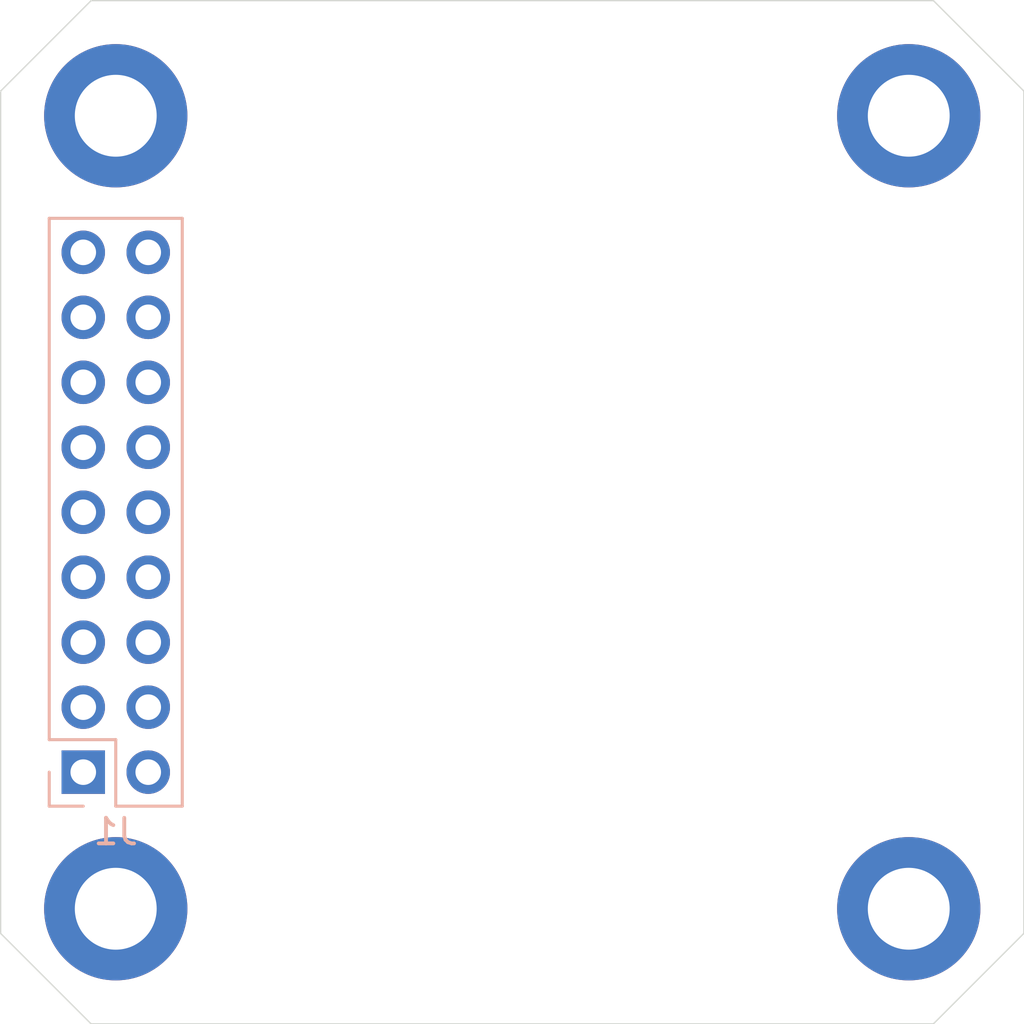
<source format=kicad_pcb>
(kicad_pcb (version 20171130) (host pcbnew 5.1.10-88a1d61d58~90~ubuntu20.10.1)

  (general
    (thickness 1.6)
    (drawings 8)
    (tracks 0)
    (zones 0)
    (modules 5)
    (nets 18)
  )

  (page A4)
  (layers
    (0 F.Cu signal)
    (31 B.Cu signal)
    (32 B.Adhes user)
    (33 F.Adhes user)
    (34 B.Paste user)
    (35 F.Paste user)
    (36 B.SilkS user hide)
    (37 F.SilkS user)
    (38 B.Mask user hide)
    (39 F.Mask user hide)
    (40 Dwgs.User user hide)
    (41 Cmts.User user hide)
    (42 Eco1.User user hide)
    (43 Eco2.User user hide)
    (44 Edge.Cuts user)
    (45 Margin user)
    (46 B.CrtYd user)
    (47 F.CrtYd user)
    (48 B.Fab user hide)
    (49 F.Fab user hide)
  )

  (setup
    (last_trace_width 0.25)
    (user_trace_width 0.5)
    (user_trace_width 1)
    (trace_clearance 0.2)
    (zone_clearance 0.508)
    (zone_45_only no)
    (trace_min 0.2)
    (via_size 0.8)
    (via_drill 0.4)
    (via_min_size 0.4)
    (via_min_drill 0.3)
    (uvia_size 0.3)
    (uvia_drill 0.1)
    (uvias_allowed no)
    (uvia_min_size 0.2)
    (uvia_min_drill 0.1)
    (edge_width 0.05)
    (segment_width 0.2)
    (pcb_text_width 0.3)
    (pcb_text_size 1.5 1.5)
    (mod_edge_width 0.12)
    (mod_text_size 1 1)
    (mod_text_width 0.15)
    (pad_size 5.6 5.6)
    (pad_drill 3.2)
    (pad_to_mask_clearance 0.051)
    (solder_mask_min_width 0.25)
    (aux_axis_origin 0 0)
    (grid_origin 100 100)
    (visible_elements FFFFFF7F)
    (pcbplotparams
      (layerselection 0x010fc_ffffffff)
      (usegerberextensions false)
      (usegerberattributes true)
      (usegerberadvancedattributes true)
      (creategerberjobfile true)
      (excludeedgelayer true)
      (linewidth 0.100000)
      (plotframeref false)
      (viasonmask false)
      (mode 1)
      (useauxorigin false)
      (hpglpennumber 1)
      (hpglpenspeed 20)
      (hpglpendiameter 15.000000)
      (psnegative false)
      (psa4output false)
      (plotreference true)
      (plotvalue true)
      (plotinvisibletext false)
      (padsonsilk false)
      (subtractmaskfromsilk false)
      (outputformat 1)
      (mirror false)
      (drillshape 1)
      (scaleselection 1)
      (outputdirectory ""))
  )

  (net 0 "")
  (net 1 GND)
  (net 2 +3V3)
  (net 3 VBUS)
  (net 4 ESP_EN)
  (net 5 ESP_IO00)
  (net 6 SVP)
  (net 7 SVN)
  (net 8 ESP_IO04)
  (net 9 ESP_IO05)
  (net 10 ESP_IO12)
  (net 11 ESP_IO18)
  (net 12 ESP_IO19)
  (net 13 ESP_IO26)
  (net 14 UART_0_RXD)
  (net 15 I2C_SDA)
  (net 16 UART_0_TXD)
  (net 17 I2C_SCL)

  (net_class Default "This is the default net class."
    (clearance 0.2)
    (trace_width 0.25)
    (via_dia 0.8)
    (via_drill 0.4)
    (uvia_dia 0.3)
    (uvia_drill 0.1)
    (add_net +3V3)
    (add_net ESP_EN)
    (add_net ESP_IO00)
    (add_net ESP_IO04)
    (add_net ESP_IO05)
    (add_net ESP_IO12)
    (add_net ESP_IO18)
    (add_net ESP_IO19)
    (add_net ESP_IO26)
    (add_net GND)
    (add_net I2C_SCL)
    (add_net I2C_SDA)
    (add_net SVN)
    (add_net SVP)
    (add_net UART_0_RXD)
    (add_net UART_0_TXD)
    (add_net VBUS)
  )

  (module Connector_PinHeader_2.54mm:PinHeader_2x09_P2.54mm_Vertical locked (layer B.Cu) (tedit 59FED5CC) (tstamp 60E6B506)
    (at 83.23 110.16)
    (descr "Through hole straight pin header, 2x09, 2.54mm pitch, double rows")
    (tags "Through hole pin header THT 2x09 2.54mm double row")
    (path /6112CC2A)
    (fp_text reference J1 (at 1.27 2.33) (layer B.SilkS)
      (effects (font (size 1 1) (thickness 0.15)) (justify mirror))
    )
    (fp_text value Backpack_Conn_02x09 (at 1.27 -22.65) (layer B.Fab)
      (effects (font (size 1 1) (thickness 0.15)) (justify mirror))
    )
    (fp_text user %R (at 1.27 -10.16 -90) (layer B.Fab)
      (effects (font (size 1 1) (thickness 0.15)) (justify mirror))
    )
    (fp_line (start 0 1.27) (end 3.81 1.27) (layer B.Fab) (width 0.1))
    (fp_line (start 3.81 1.27) (end 3.81 -21.59) (layer B.Fab) (width 0.1))
    (fp_line (start 3.81 -21.59) (end -1.27 -21.59) (layer B.Fab) (width 0.1))
    (fp_line (start -1.27 -21.59) (end -1.27 0) (layer B.Fab) (width 0.1))
    (fp_line (start -1.27 0) (end 0 1.27) (layer B.Fab) (width 0.1))
    (fp_line (start -1.33 -21.65) (end 3.87 -21.65) (layer B.SilkS) (width 0.12))
    (fp_line (start -1.33 -1.27) (end -1.33 -21.65) (layer B.SilkS) (width 0.12))
    (fp_line (start 3.87 1.33) (end 3.87 -21.65) (layer B.SilkS) (width 0.12))
    (fp_line (start -1.33 -1.27) (end 1.27 -1.27) (layer B.SilkS) (width 0.12))
    (fp_line (start 1.27 -1.27) (end 1.27 1.33) (layer B.SilkS) (width 0.12))
    (fp_line (start 1.27 1.33) (end 3.87 1.33) (layer B.SilkS) (width 0.12))
    (fp_line (start -1.33 0) (end -1.33 1.33) (layer B.SilkS) (width 0.12))
    (fp_line (start -1.33 1.33) (end 0 1.33) (layer B.SilkS) (width 0.12))
    (fp_line (start -1.8 1.8) (end -1.8 -22.1) (layer B.CrtYd) (width 0.05))
    (fp_line (start -1.8 -22.1) (end 4.35 -22.1) (layer B.CrtYd) (width 0.05))
    (fp_line (start 4.35 -22.1) (end 4.35 1.8) (layer B.CrtYd) (width 0.05))
    (fp_line (start 4.35 1.8) (end -1.8 1.8) (layer B.CrtYd) (width 0.05))
    (pad 18 thru_hole oval (at 2.54 -20.32) (size 1.7 1.7) (drill 1) (layers *.Cu *.Mask)
      (net 1 GND))
    (pad 17 thru_hole oval (at 0 -20.32) (size 1.7 1.7) (drill 1) (layers *.Cu *.Mask)
      (net 2 +3V3))
    (pad 16 thru_hole oval (at 2.54 -17.78) (size 1.7 1.7) (drill 1) (layers *.Cu *.Mask)
      (net 5 ESP_IO00))
    (pad 15 thru_hole oval (at 0 -17.78) (size 1.7 1.7) (drill 1) (layers *.Cu *.Mask)
      (net 4 ESP_EN))
    (pad 14 thru_hole oval (at 2.54 -15.24) (size 1.7 1.7) (drill 1) (layers *.Cu *.Mask)
      (net 14 UART_0_RXD))
    (pad 13 thru_hole oval (at 0 -15.24) (size 1.7 1.7) (drill 1) (layers *.Cu *.Mask)
      (net 15 I2C_SDA))
    (pad 12 thru_hole oval (at 2.54 -12.7) (size 1.7 1.7) (drill 1) (layers *.Cu *.Mask)
      (net 16 UART_0_TXD))
    (pad 11 thru_hole oval (at 0 -12.7) (size 1.7 1.7) (drill 1) (layers *.Cu *.Mask)
      (net 17 I2C_SCL))
    (pad 10 thru_hole oval (at 2.54 -10.16) (size 1.7 1.7) (drill 1) (layers *.Cu *.Mask)
      (net 13 ESP_IO26))
    (pad 9 thru_hole oval (at 0 -10.16) (size 1.7 1.7) (drill 1) (layers *.Cu *.Mask)
      (net 12 ESP_IO19))
    (pad 8 thru_hole oval (at 2.54 -7.62) (size 1.7 1.7) (drill 1) (layers *.Cu *.Mask)
      (net 11 ESP_IO18))
    (pad 7 thru_hole oval (at 0 -7.62) (size 1.7 1.7) (drill 1) (layers *.Cu *.Mask)
      (net 10 ESP_IO12))
    (pad 6 thru_hole oval (at 2.54 -5.08) (size 1.7 1.7) (drill 1) (layers *.Cu *.Mask)
      (net 9 ESP_IO05))
    (pad 5 thru_hole oval (at 0 -5.08) (size 1.7 1.7) (drill 1) (layers *.Cu *.Mask)
      (net 8 ESP_IO04))
    (pad 4 thru_hole oval (at 2.54 -2.54) (size 1.7 1.7) (drill 1) (layers *.Cu *.Mask)
      (net 7 SVN))
    (pad 3 thru_hole oval (at 0 -2.54) (size 1.7 1.7) (drill 1) (layers *.Cu *.Mask)
      (net 6 SVP))
    (pad 2 thru_hole oval (at 2.54 0) (size 1.7 1.7) (drill 1) (layers *.Cu *.Mask)
      (net 3 VBUS))
    (pad 1 thru_hole rect (at 0 0) (size 1.7 1.7) (drill 1) (layers *.Cu *.Mask)
      (net 1 GND))
    (model ${KISYS3DMOD}/Connector_PinHeader_2.54mm.3dshapes/PinHeader_2x09_P2.54mm_Vertical.wrl
      (at (xyz 0 0 0))
      (scale (xyz 1 1 1))
      (rotate (xyz 0 0 0))
    )
  )

  (module MountingHole:MountingHole_3.2mm_M3_DIN965_Pad locked (layer F.Cu) (tedit 56D1B4CB) (tstamp 60E67E49)
    (at 84.5 115.5)
    (descr "Mounting Hole 3.2mm, M3, DIN965")
    (tags "mounting hole 3.2mm m3 din965")
    (path /60BD1E91)
    (attr virtual)
    (fp_text reference H4 (at 0 -3.8) (layer F.SilkS) hide
      (effects (font (size 1 1) (thickness 0.15)))
    )
    (fp_text value "M3 MountingHole" (at 0 3.8) (layer F.Fab) hide
      (effects (font (size 1 1) (thickness 0.15)))
    )
    (fp_circle (center 0 0) (end 2.8 0) (layer Cmts.User) (width 0.15))
    (fp_circle (center 0 0) (end 3.05 0) (layer F.CrtYd) (width 0.05))
    (fp_text user %R (at 0.3 0) (layer F.Fab) hide
      (effects (font (size 1 1) (thickness 0.15)))
    )
    (pad 1 thru_hole circle (at 0 0) (size 5.6 5.6) (drill 3.2) (layers *.Cu *.Mask))
  )

  (module MountingHole:MountingHole_3.2mm_M3_DIN965_Pad locked (layer F.Cu) (tedit 56D1B4CB) (tstamp 60E6B067)
    (at 115.5 84.5)
    (descr "Mounting Hole 3.2mm, M3, DIN965")
    (tags "mounting hole 3.2mm m3 din965")
    (path /60BD1695)
    (attr virtual)
    (fp_text reference H3 (at 0 -3.8) (layer F.SilkS) hide
      (effects (font (size 1 1) (thickness 0.15)))
    )
    (fp_text value "M3 MountingHole" (at 0 3.8) (layer F.Fab) hide
      (effects (font (size 1 1) (thickness 0.15)))
    )
    (fp_circle (center 0 0) (end 2.8 0) (layer Cmts.User) (width 0.15))
    (fp_circle (center 0 0) (end 3.05 0) (layer F.CrtYd) (width 0.05))
    (fp_text user %R (at 0.3 0) (layer F.Fab) hide
      (effects (font (size 1 1) (thickness 0.15)))
    )
    (pad 1 thru_hole circle (at 0 0) (size 5.6 5.6) (drill 3.2) (layers *.Cu *.Mask))
  )

  (module MountingHole:MountingHole_3.2mm_M3_DIN965_Pad locked (layer F.Cu) (tedit 56D1B4CB) (tstamp 60E6B094)
    (at 84.5 84.5)
    (descr "Mounting Hole 3.2mm, M3, DIN965")
    (tags "mounting hole 3.2mm m3 din965")
    (path /60BD222F)
    (attr virtual)
    (fp_text reference H2 (at 0 -3.8) (layer F.SilkS) hide
      (effects (font (size 1 1) (thickness 0.15)))
    )
    (fp_text value "M3 MountingHole" (at 0 3.8) (layer F.Fab) hide
      (effects (font (size 1 1) (thickness 0.15)))
    )
    (fp_circle (center 0 0) (end 2.8 0) (layer Cmts.User) (width 0.15))
    (fp_circle (center 0 0) (end 3.05 0) (layer F.CrtYd) (width 0.05))
    (fp_text user %R (at 0.3 0) (layer F.Fab) hide
      (effects (font (size 1 1) (thickness 0.15)))
    )
    (pad 1 thru_hole circle (at 0 0) (size 5.6 5.6) (drill 3.2) (layers *.Cu *.Mask))
  )

  (module MountingHole:MountingHole_3.2mm_M3_DIN965_Pad locked (layer F.Cu) (tedit 56D1B4CB) (tstamp 60E6B07F)
    (at 115.5 115.5)
    (descr "Mounting Hole 3.2mm, M3, DIN965")
    (tags "mounting hole 3.2mm m3 din965")
    (path /60BD2481)
    (attr virtual)
    (fp_text reference H1 (at 0 -3.8) (layer F.SilkS) hide
      (effects (font (size 1 1) (thickness 0.15)))
    )
    (fp_text value "M3 MountingHole" (at 0 3.8) (layer F.Fab) hide
      (effects (font (size 1 1) (thickness 0.15)))
    )
    (fp_circle (center 0 0) (end 2.8 0) (layer Cmts.User) (width 0.15))
    (fp_circle (center 0 0) (end 3.05 0) (layer F.CrtYd) (width 0.05))
    (fp_text user %R (at 0.3 0) (layer F.Fab) hide
      (effects (font (size 1 1) (thickness 0.15)))
    )
    (pad 1 thru_hole circle (at 0 0) (size 5.6 5.6) (drill 3.2) (layers *.Cu *.Mask))
  )

  (gr_line (start 80 83.536) (end 83.536 80) (angle 90) (layer Edge.Cuts) (width 0.05))
  (gr_line (start 83.536 80) (end 116.464 80) (angle 90) (layer Edge.Cuts) (width 0.05))
  (gr_line (start 116.464 80) (end 120 83.536) (angle 90) (layer Edge.Cuts) (width 0.05))
  (gr_line (start 120 83.536) (end 120 116.464) (angle 90) (layer Edge.Cuts) (width 0.05))
  (gr_line (start 80 83.536) (end 80 116.464) (angle 90) (layer Edge.Cuts) (width 0.05))
  (gr_line (start 80 116.464) (end 83.536 120) (angle 90) (layer Edge.Cuts) (width 0.05))
  (gr_line (start 83.536 120) (end 116.464 120) (angle 90) (layer Edge.Cuts) (width 0.05))
  (gr_line (start 116.464 120) (end 120 116.464) (angle 90) (layer Edge.Cuts) (width 0.05))

)

</source>
